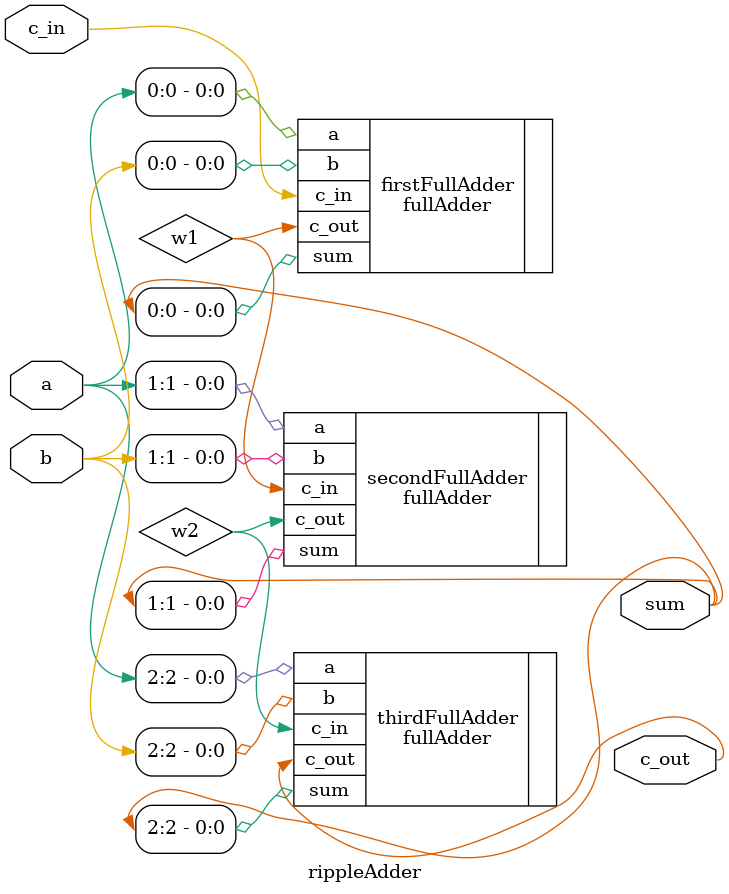
<source format=v>
`timescale 1ns / 1ps


module rippleAdder(
        input c_in,
        input [2:0] a,
        input [2:0] b,
        output [2:0] sum,
        output c_out
    );
    
    fullAdder firstFullAdder(.c_in(c_in),.a(a[0]),.b(b[0]),.sum(sum[0]),.c_out(w1));
    fullAdder secondFullAdder(.c_in(w1),.a(a[1]),.b(b[1]),.sum(sum[1]),.c_out(w2));
    fullAdder thirdFullAdder(.c_in(w2),.a(a[2]),.b(b[2]),.sum(sum[2]),.c_out(c_out));
    endmodule

</source>
